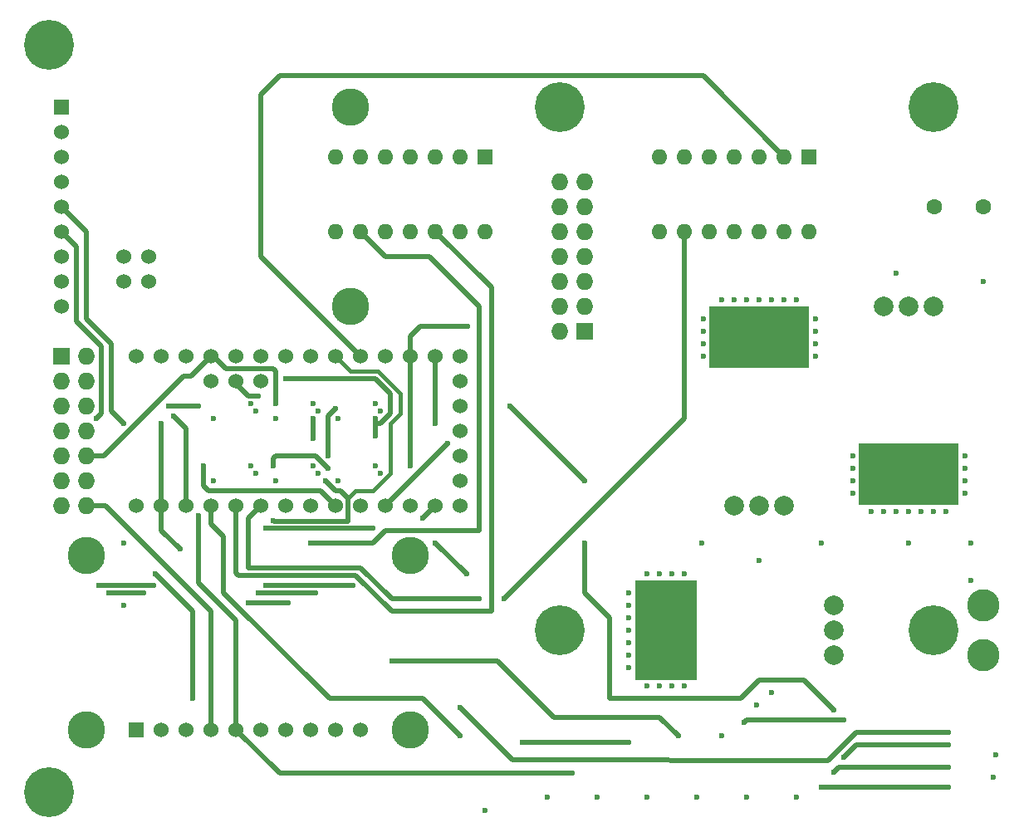
<source format=gbr>
G04 #@! TF.FileFunction,Copper,L4,Bot,Signal*
%FSLAX46Y46*%
G04 Gerber Fmt 4.6, Leading zero omitted, Abs format (unit mm)*
G04 Created by KiCad (PCBNEW 4.0.6) date Tuesday, June 20, 2017 'PMt' 02:00:50 PM*
%MOMM*%
%LPD*%
G01*
G04 APERTURE LIST*
%ADD10C,0.100000*%
%ADD11R,1.600000X1.600000*%
%ADD12O,1.600000X1.600000*%
%ADD13C,1.524000*%
%ADD14C,3.810000*%
%ADD15R,1.524000X1.524000*%
%ADD16C,3.300000*%
%ADD17C,5.080000*%
%ADD18R,1.727200X1.727200*%
%ADD19O,1.727200X1.727200*%
%ADD20C,0.600000*%
%ADD21C,2.000000*%
%ADD22R,10.160000X6.350000*%
%ADD23R,6.350000X10.160000*%
%ADD24C,1.600000*%
%ADD25C,0.500000*%
%ADD26C,0.400000*%
G04 APERTURE END LIST*
D10*
D11*
X165100000Y-78740000D03*
D12*
X149860000Y-86360000D03*
X162560000Y-78740000D03*
X152400000Y-86360000D03*
X160020000Y-78740000D03*
X154940000Y-86360000D03*
X157480000Y-78740000D03*
X157480000Y-86360000D03*
X154940000Y-78740000D03*
X160020000Y-86360000D03*
X152400000Y-78740000D03*
X162560000Y-86360000D03*
X149860000Y-78740000D03*
X165100000Y-86360000D03*
D11*
X198120000Y-78740000D03*
D12*
X182880000Y-86360000D03*
X195580000Y-78740000D03*
X185420000Y-86360000D03*
X193040000Y-78740000D03*
X187960000Y-86360000D03*
X190500000Y-78740000D03*
X190500000Y-86360000D03*
X187960000Y-78740000D03*
X193040000Y-86360000D03*
X185420000Y-78740000D03*
X195580000Y-86360000D03*
X182880000Y-78740000D03*
X198120000Y-86360000D03*
D13*
X128270000Y-88900000D03*
X130810000Y-88900000D03*
X128270000Y-91440000D03*
X130810000Y-91440000D03*
D14*
X151384000Y-73660000D03*
X151384000Y-93980000D03*
D15*
X121920000Y-73660000D03*
D13*
X121920000Y-76200000D03*
X121920000Y-78740000D03*
X121920000Y-81280000D03*
X121920000Y-83820000D03*
X121920000Y-86360000D03*
X121920000Y-88900000D03*
X121920000Y-91440000D03*
X121920000Y-93980000D03*
D14*
X124460000Y-137160000D03*
X124460000Y-119380000D03*
X157480000Y-119380000D03*
X157480000Y-137160000D03*
D15*
X129540000Y-137160000D03*
D13*
X132080000Y-137160000D03*
X134620000Y-137160000D03*
X137160000Y-137160000D03*
X139700000Y-137160000D03*
X142240000Y-137160000D03*
X144780000Y-137160000D03*
X147320000Y-137160000D03*
X149860000Y-137160000D03*
X152400000Y-137160000D03*
D16*
X215900000Y-129540000D03*
X215900000Y-124460000D03*
D17*
X172720000Y-127000000D03*
X210820000Y-127000000D03*
X210820000Y-73660000D03*
D18*
X175260000Y-96520000D03*
D19*
X172720000Y-96520000D03*
X175260000Y-93980000D03*
X172720000Y-93980000D03*
X175260000Y-91440000D03*
X172720000Y-91440000D03*
X175260000Y-88900000D03*
X172720000Y-88900000D03*
X175260000Y-86360000D03*
X172720000Y-86360000D03*
X175260000Y-83820000D03*
X172720000Y-83820000D03*
X175260000Y-81280000D03*
X172720000Y-81280000D03*
D17*
X172720000Y-73660000D03*
D18*
X121920000Y-99060000D03*
D19*
X124460000Y-99060000D03*
X121920000Y-101600000D03*
X124460000Y-101600000D03*
X121920000Y-104140000D03*
X124460000Y-104140000D03*
X121920000Y-106680000D03*
X124460000Y-106680000D03*
X121920000Y-109220000D03*
X124460000Y-109220000D03*
X121920000Y-111760000D03*
X124460000Y-111760000D03*
X121920000Y-114300000D03*
X124460000Y-114300000D03*
D17*
X120650000Y-67310000D03*
X120650000Y-143510000D03*
D20*
X204470000Y-114935000D03*
X205740000Y-114935000D03*
X207010000Y-114935000D03*
X212090000Y-114935000D03*
X210820000Y-114935000D03*
X209550000Y-114935000D03*
X208280000Y-114935000D03*
X213995000Y-113030000D03*
X213995000Y-111760000D03*
X213995000Y-110490000D03*
X213995000Y-109220000D03*
X202565000Y-109220000D03*
X202565000Y-110490000D03*
X202565000Y-111760000D03*
X202565000Y-113030000D03*
D21*
X210820000Y-93980000D03*
X208280000Y-93980000D03*
X205740000Y-93980000D03*
D22*
X208280000Y-111125000D03*
D20*
X196850000Y-93345000D03*
X195580000Y-93345000D03*
X194310000Y-93345000D03*
X189230000Y-93345000D03*
X190500000Y-93345000D03*
X191770000Y-93345000D03*
X193040000Y-93345000D03*
X187325000Y-95250000D03*
X187325000Y-96520000D03*
X187325000Y-97790000D03*
X187325000Y-99060000D03*
X198755000Y-99060000D03*
X198755000Y-97790000D03*
X198755000Y-96520000D03*
X198755000Y-95250000D03*
D21*
X190500000Y-114300000D03*
X193040000Y-114300000D03*
X195580000Y-114300000D03*
D22*
X193040000Y-97155000D03*
D20*
X179705000Y-123190000D03*
X179705000Y-124460000D03*
X179705000Y-125730000D03*
X179705000Y-130810000D03*
X179705000Y-129540000D03*
X179705000Y-128270000D03*
X179705000Y-127000000D03*
X181610000Y-132715000D03*
X182880000Y-132715000D03*
X184150000Y-132715000D03*
X185420000Y-132715000D03*
X185420000Y-121285000D03*
X184150000Y-121285000D03*
X182880000Y-121285000D03*
X181610000Y-121285000D03*
D21*
X200660000Y-129540000D03*
X200660000Y-127000000D03*
X200660000Y-124460000D03*
D23*
X183515000Y-127000000D03*
D24*
X215900000Y-83820000D03*
X210900000Y-83820000D03*
D13*
X129540000Y-114300000D03*
X132080000Y-114300000D03*
X134620000Y-114300000D03*
X137160000Y-114300000D03*
X139700000Y-114300000D03*
X142240000Y-114300000D03*
X144780000Y-114300000D03*
X147320000Y-114300000D03*
X149860000Y-114300000D03*
X152400000Y-114300000D03*
X154940000Y-114300000D03*
X157480000Y-114300000D03*
X160020000Y-114300000D03*
X162560000Y-114300000D03*
X162560000Y-99060000D03*
X160020000Y-99060000D03*
X157480000Y-99060000D03*
X154940000Y-99060000D03*
X152400000Y-99060000D03*
X149860000Y-99060000D03*
X147320000Y-99060000D03*
X144780000Y-99060000D03*
X142240000Y-99060000D03*
X139700000Y-99060000D03*
X137160000Y-99060000D03*
X134620000Y-99060000D03*
X132080000Y-99060000D03*
X129540000Y-99060000D03*
X137160000Y-101600000D03*
X139700000Y-101600000D03*
X142240000Y-101600000D03*
X162560000Y-101600000D03*
X162560000Y-104140000D03*
X162560000Y-106680000D03*
X162560000Y-109220000D03*
X162560000Y-111760000D03*
D20*
X165100000Y-145415000D03*
X176530000Y-144018000D03*
X171450000Y-144018000D03*
X181610000Y-144018000D03*
X186690000Y-144018000D03*
X191770000Y-144018000D03*
X196850000Y-144018000D03*
X194310000Y-133350000D03*
X193040000Y-119888000D03*
X150114000Y-111760000D03*
X153924000Y-110236000D03*
X143764000Y-111760000D03*
X147574000Y-110236000D03*
X141224000Y-110236000D03*
X137414000Y-111760000D03*
X153924000Y-103886000D03*
X150114000Y-105410000D03*
X147574000Y-103886000D03*
X143764000Y-105410000D03*
X141224000Y-103886000D03*
X137414000Y-105410000D03*
X216916000Y-141986000D03*
X207000000Y-90600000D03*
X147320000Y-118110000D03*
X192786000Y-134620000D03*
X217170000Y-139700000D03*
X128270000Y-124460000D03*
X161290000Y-107950000D03*
X164465000Y-123825000D03*
X167005000Y-123825000D03*
X187198000Y-118110000D03*
X141732000Y-104648000D03*
X154432000Y-110998000D03*
X148082000Y-110998000D03*
X141732000Y-110998000D03*
X154420000Y-104660000D03*
X148082000Y-104648000D03*
X140970000Y-124206000D03*
X136398000Y-110236000D03*
X145034000Y-124206000D03*
X155575000Y-130175000D03*
X184785000Y-137795000D03*
X143510000Y-110236000D03*
X149098000Y-110490000D03*
X151638000Y-122428000D03*
X142748000Y-122428000D03*
X131318000Y-122428000D03*
X125730000Y-122428000D03*
X160020000Y-105918000D03*
X126746000Y-123190000D03*
X130302000Y-123190000D03*
X141986000Y-123190000D03*
X147828000Y-123190000D03*
X173990000Y-141605000D03*
X135890000Y-115316000D03*
X143510000Y-115824000D03*
X148844000Y-111760000D03*
X163322000Y-96012000D03*
X157480000Y-110236000D03*
X153670000Y-116586000D03*
X142748000Y-116586000D03*
X149860000Y-104394000D03*
X149098000Y-109220000D03*
X144780000Y-101346000D03*
X153924000Y-107188000D03*
X153924000Y-105410000D03*
X143764000Y-103886000D03*
X141986000Y-103124000D03*
X147574000Y-105410000D03*
X147574000Y-107442000D03*
X135890000Y-104140000D03*
X132842000Y-104140000D03*
X128270000Y-118110000D03*
X179705000Y-138430000D03*
X168910000Y-138430000D03*
X135255000Y-133985000D03*
X131445000Y-121285000D03*
X133985000Y-118745000D03*
X128270000Y-105918000D03*
X132080000Y-105918000D03*
X125476000Y-105410000D03*
X133350000Y-105156000D03*
X212344000Y-138684000D03*
X191516000Y-136398000D03*
X201676000Y-139954000D03*
X201676000Y-136144000D03*
X163195000Y-121285000D03*
X160020000Y-118110000D03*
X158750000Y-115570000D03*
X199390000Y-143002000D03*
X212344000Y-143002000D03*
X175260000Y-118110000D03*
X167640000Y-104140000D03*
X175260000Y-111760000D03*
X212344000Y-140970000D03*
X200660000Y-141478000D03*
X200660000Y-135128000D03*
X162560000Y-134874000D03*
X212344000Y-137414000D03*
X162560000Y-137795000D03*
X199390000Y-118110000D03*
X208280000Y-118110000D03*
X189230000Y-137795000D03*
X214630000Y-121920000D03*
X214630000Y-118110000D03*
X215900000Y-91440000D03*
D25*
X164465000Y-93980000D02*
X164465000Y-116840000D01*
X147320000Y-118110000D02*
X153670000Y-118110000D01*
X153670000Y-118110000D02*
X154940000Y-116840000D01*
X154940000Y-116840000D02*
X164465000Y-116840000D01*
X164465000Y-93980000D02*
X159385000Y-88900000D01*
X159385000Y-88900000D02*
X154940000Y-88900000D01*
X152400000Y-86360000D02*
X154940000Y-88900000D01*
X165735000Y-92075000D02*
X165735000Y-125095000D01*
X165735000Y-125095000D02*
X155575000Y-125095000D01*
X139700000Y-121158000D02*
X139954000Y-121412000D01*
X139954000Y-121412000D02*
X151892000Y-121412000D01*
X151892000Y-121412000D02*
X155575000Y-125095000D01*
X139700000Y-121158000D02*
X139700000Y-114300000D01*
X160020000Y-86360000D02*
X165735000Y-92075000D01*
X154940000Y-114300000D02*
X161290000Y-107950000D01*
X152400000Y-99060000D02*
X142240000Y-88900000D01*
X187325000Y-70485000D02*
X195580000Y-78740000D01*
X144145000Y-70485000D02*
X187325000Y-70485000D01*
X142240000Y-72390000D02*
X144145000Y-70485000D01*
X142240000Y-88900000D02*
X142240000Y-72390000D01*
X142240000Y-114300000D02*
X140970000Y-115570000D01*
X140970000Y-115570000D02*
X140970000Y-120650000D01*
X140970000Y-120650000D02*
X152400000Y-120650000D01*
X152400000Y-120650000D02*
X155575000Y-123825000D01*
X155575000Y-123825000D02*
X164465000Y-123825000D01*
X167005000Y-123825000D02*
X185420000Y-105410000D01*
X185420000Y-105410000D02*
X185420000Y-86360000D01*
X140970000Y-124206000D02*
X145034000Y-124206000D01*
X136398000Y-112268000D02*
X136398000Y-110236000D01*
X136906000Y-112776000D02*
X136398000Y-112268000D01*
X148336000Y-112776000D02*
X136906000Y-112776000D01*
X149860000Y-114300000D02*
X148336000Y-112776000D01*
X182880000Y-135890000D02*
X184785000Y-137795000D01*
X172085000Y-135890000D02*
X182880000Y-135890000D01*
X166370000Y-130175000D02*
X172085000Y-135890000D01*
X155575000Y-130175000D02*
X166370000Y-130175000D01*
X143510000Y-109474000D02*
X143510000Y-110236000D01*
X143764000Y-109220000D02*
X143510000Y-109474000D01*
X147828000Y-109220000D02*
X143764000Y-109220000D01*
X149098000Y-110490000D02*
X147828000Y-109220000D01*
X142748000Y-122428000D02*
X151638000Y-122428000D01*
X125730000Y-122428000D02*
X131318000Y-122428000D01*
X160020000Y-105918000D02*
X160020000Y-99060000D01*
X160020000Y-105918000D02*
X160020000Y-105918000D01*
X126746000Y-123190000D02*
X130302000Y-123190000D01*
X141986000Y-123190000D02*
X147828000Y-123190000D01*
X139700000Y-137160000D02*
X144145000Y-141605000D01*
X144145000Y-141605000D02*
X173990000Y-141605000D01*
X139700000Y-125984000D02*
X139700000Y-137160000D01*
X135890000Y-122174000D02*
X139700000Y-125984000D01*
X135890000Y-115316000D02*
X135890000Y-122174000D01*
D26*
X155448000Y-110998000D02*
X155448000Y-105918000D01*
X151892000Y-112776000D02*
X153670000Y-112776000D01*
X153670000Y-112776000D02*
X155448000Y-110998000D01*
X151130000Y-113538000D02*
X151892000Y-112776000D01*
X151384000Y-100584000D02*
X149860000Y-99060000D01*
X154178000Y-100584000D02*
X151384000Y-100584000D01*
X156464000Y-102870000D02*
X154178000Y-100584000D01*
X156464000Y-104902000D02*
X156464000Y-102870000D01*
X155448000Y-105918000D02*
X156464000Y-104902000D01*
D25*
X149860000Y-112776000D02*
X148844000Y-111760000D01*
X150368000Y-112776000D02*
X151130000Y-113538000D01*
X143571998Y-115885998D02*
X151130000Y-115885998D01*
X143510000Y-115824000D02*
X143571998Y-115885998D01*
X151130000Y-113538000D02*
X151130000Y-115885998D01*
X150368000Y-112776000D02*
X149860000Y-112776000D01*
X157480000Y-97028000D02*
X158496000Y-96012000D01*
X158496000Y-96012000D02*
X163322000Y-96012000D01*
X157480000Y-99060000D02*
X157480000Y-97028000D01*
X157480000Y-110236000D02*
X157480000Y-99060000D01*
X142748000Y-116586000D02*
X153670000Y-116586000D01*
X124460000Y-114300000D02*
X126365000Y-114300000D01*
X137160000Y-125095000D02*
X137160000Y-137160000D01*
X126365000Y-114300000D02*
X137160000Y-125095000D01*
X149098000Y-105156000D02*
X149860000Y-104394000D01*
X149098000Y-109220000D02*
X149098000Y-105156000D01*
X153924000Y-105918000D02*
X154432000Y-105918000D01*
X153924000Y-101346000D02*
X144780000Y-101346000D01*
X155448000Y-102870000D02*
X153924000Y-101346000D01*
X155448000Y-104902000D02*
X155448000Y-102870000D01*
X154432000Y-105918000D02*
X155448000Y-104902000D01*
X153924000Y-105410000D02*
X153924000Y-105918000D01*
X153924000Y-105918000D02*
X153924000Y-107188000D01*
X137160000Y-99060000D02*
X137414000Y-99060000D01*
X137414000Y-99060000D02*
X138684000Y-100330000D01*
X143764000Y-100584000D02*
X143764000Y-103886000D01*
X143510000Y-100330000D02*
X143764000Y-100584000D01*
X138684000Y-100330000D02*
X143510000Y-100330000D01*
X124460000Y-109220000D02*
X126238000Y-109220000D01*
X135128000Y-101092000D02*
X137160000Y-99060000D01*
X134366000Y-101092000D02*
X135128000Y-101092000D01*
X126238000Y-109220000D02*
X134366000Y-101092000D01*
X140970000Y-103124000D02*
X139700000Y-101854000D01*
X141986000Y-103124000D02*
X140970000Y-103124000D01*
X139700000Y-101854000D02*
X139700000Y-101600000D01*
X147574000Y-107442000D02*
X147574000Y-105410000D01*
X132842000Y-104140000D02*
X135890000Y-104140000D01*
X132080000Y-114300000D02*
X132080000Y-116840000D01*
X168910000Y-138430000D02*
X179705000Y-138430000D01*
X135255000Y-125095000D02*
X135255000Y-133985000D01*
X131445000Y-121285000D02*
X135255000Y-125095000D01*
X132080000Y-116840000D02*
X133985000Y-118745000D01*
X127000000Y-97790000D02*
X127000000Y-104648000D01*
X121920000Y-83820000D02*
X124460000Y-86360000D01*
X132080000Y-105918000D02*
X132080000Y-114300000D01*
X127000000Y-97790000D02*
X124460000Y-95250000D01*
X124460000Y-95250000D02*
X124460000Y-86360000D01*
X127000000Y-104648000D02*
X128270000Y-105918000D01*
X134620000Y-114300000D02*
X134620000Y-106426000D01*
X123444000Y-87884000D02*
X121920000Y-86360000D01*
X123444000Y-95504000D02*
X123444000Y-87884000D01*
X125984000Y-98044000D02*
X123444000Y-95504000D01*
X125984000Y-104902000D02*
X125984000Y-98044000D01*
X125476000Y-105410000D02*
X125984000Y-104902000D01*
X134620000Y-106426000D02*
X133350000Y-105156000D01*
X191770000Y-136144000D02*
X201676000Y-136144000D01*
X191516000Y-136398000D02*
X191770000Y-136144000D01*
X202946000Y-138684000D02*
X212344000Y-138684000D01*
X201676000Y-139954000D02*
X202946000Y-138684000D01*
X160020000Y-114300000D02*
X158750000Y-115570000D01*
X160020000Y-118110000D02*
X163195000Y-121285000D01*
X199390000Y-143002000D02*
X212344000Y-143002000D01*
X197612000Y-132080000D02*
X200660000Y-135128000D01*
X175260000Y-118110000D02*
X175260000Y-123190000D01*
X175260000Y-123190000D02*
X177800000Y-125730000D01*
X177800000Y-125730000D02*
X177800000Y-133985000D01*
X177800000Y-133985000D02*
X191135000Y-133985000D01*
X191135000Y-133985000D02*
X193040000Y-132080000D01*
X193040000Y-132080000D02*
X197612000Y-132080000D01*
X167640000Y-104140000D02*
X175260000Y-111760000D01*
X201168000Y-140970000D02*
X212344000Y-140970000D01*
X200660000Y-141478000D02*
X201168000Y-140970000D01*
X202946000Y-137414000D02*
X212344000Y-137414000D01*
X167894000Y-140208000D02*
X200025000Y-140335000D01*
X162560000Y-134874000D02*
X167894000Y-140208000D01*
X202946000Y-137414000D02*
X200025000Y-140335000D01*
X138430000Y-123190000D02*
X149225000Y-133985000D01*
X137160000Y-116205000D02*
X138430000Y-117475000D01*
X138430000Y-117475000D02*
X138430000Y-123190000D01*
X137160000Y-114300000D02*
X137160000Y-116205000D01*
X158750000Y-133985000D02*
X162560000Y-137795000D01*
X149225000Y-133985000D02*
X158750000Y-133985000D01*
M02*

</source>
